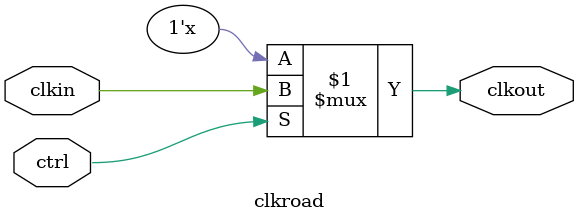
<source format=v>

module clkroad(
               clkin,
               clkout,
               ctrl
               );
input clkin;
input ctrl;

output clkout;

assign clkout = (ctrl)?clkin:1'bz;

endmodule
</source>
